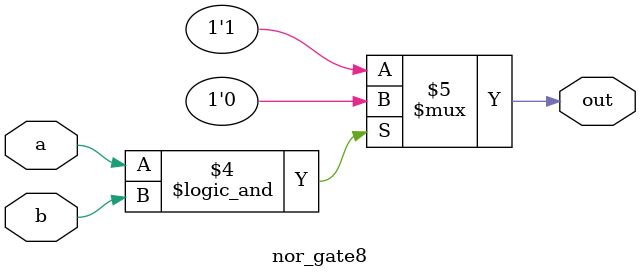
<source format=v>
module nor_gate8 (
  input a,
  input b,
  output reg out
);

    always @(*) begin
        out = (a == 1'b1 && b == 1'b1) ? 1'b0 : 1'b1; // NOR using conditional expression
    end

endmodule

</source>
